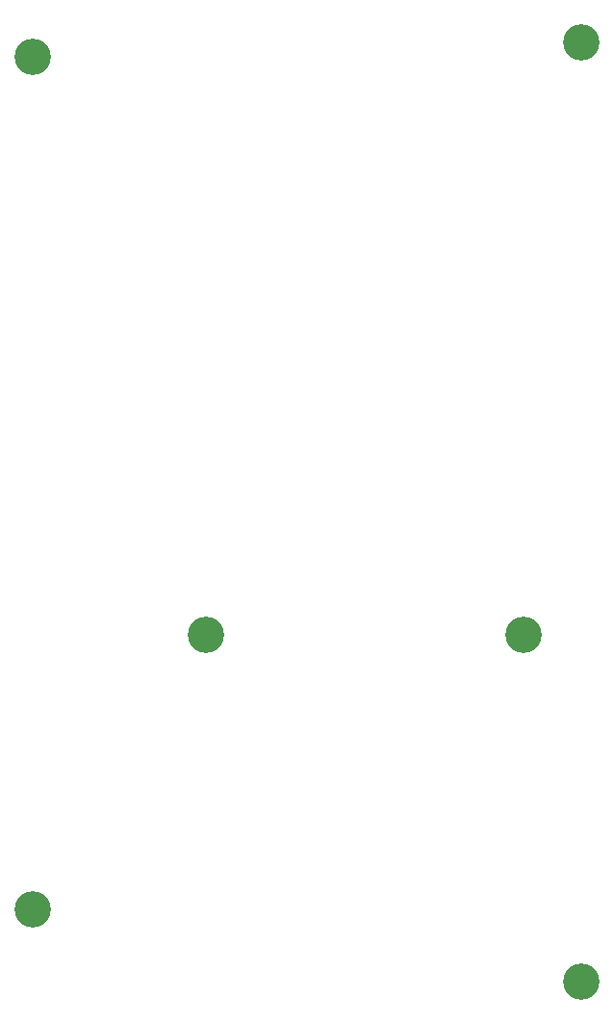
<source format=gbr>
%TF.GenerationSoftware,KiCad,Pcbnew,(6.0.9)*%
%TF.CreationDate,2023-07-09T09:32:56+10:00*%
%TF.ProjectId,Main 2.4,4d61696e-2032-42e3-942e-6b696361645f,rev?*%
%TF.SameCoordinates,Original*%
%TF.FileFunction,NonPlated,1,2,NPTH,Drill*%
%TF.FilePolarity,Positive*%
%FSLAX46Y46*%
G04 Gerber Fmt 4.6, Leading zero omitted, Abs format (unit mm)*
G04 Created by KiCad (PCBNEW (6.0.9)) date 2023-07-09 09:32:56*
%MOMM*%
%LPD*%
G01*
G04 APERTURE LIST*
%TA.AperFunction,ComponentDrill*%
%ADD10C,3.200000*%
%TD*%
G04 APERTURE END LIST*
D10*
%TO.C,A1*%
X175870000Y-69440000D03*
X175870000Y-144370000D03*
X191110000Y-120240000D03*
X219050000Y-120240000D03*
X224130000Y-68170000D03*
X224130000Y-150720000D03*
M02*

</source>
